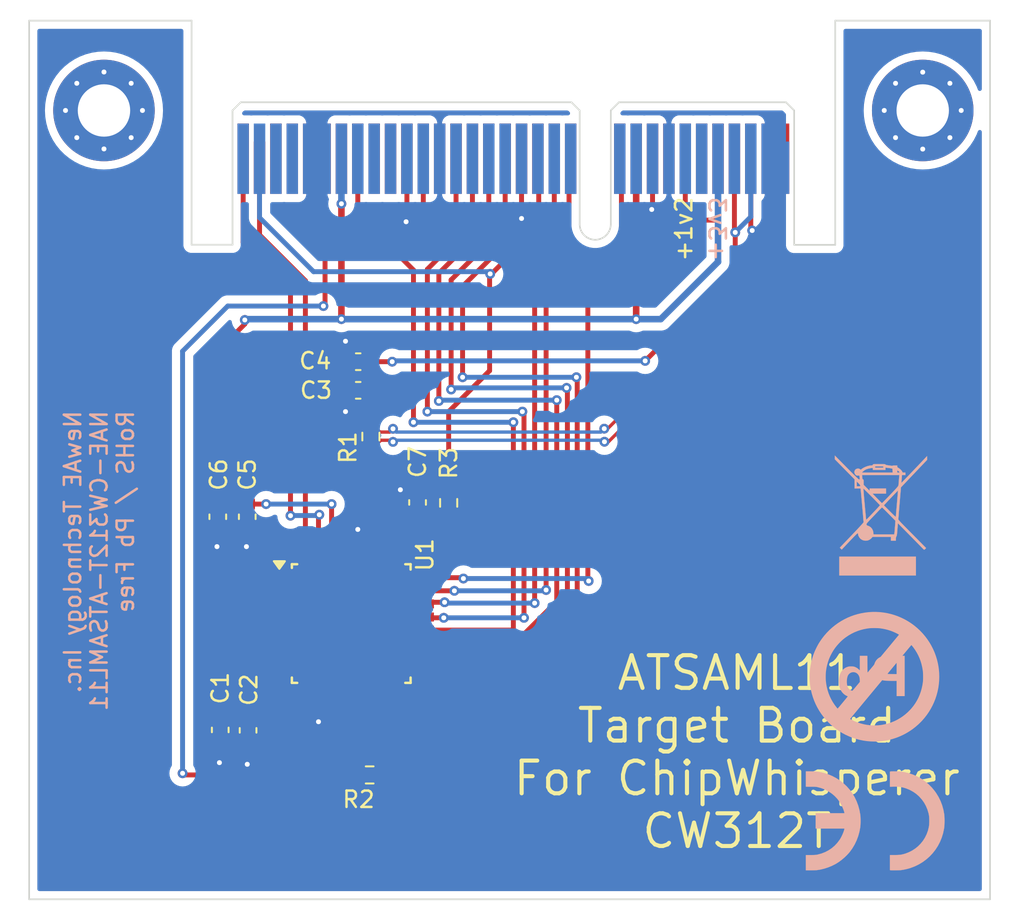
<source format=kicad_pcb>
(kicad_pcb (version 20240108) (generator "pcbnew") (generator_version "8.0")
  (layers (0 "F.Cu" signal) (31 "B.Cu" signal) (34 "B.Paste" user) (35 "F.Paste" user) (36 "B.SilkS" user "B.Silkscreen") (37 "F.SilkS" user "F.Silkscreen") (38 "B.Mask" user) (39 "F.Mask" user) (44 "Edge.Cuts" user))
  (net 0 "")
  (net 1 "GND")
  (net 2 "+3V3")
  (net 3 "/SHUNTH")
  (net 4 "Net-(U1-~{RESET})")
  (net 5 "/VDDCORE")
  (net 6 "Net-(P1-CLKOUT)")
  (net 7 "/XIN")
  (net 8 "/RST")
  (net 11 "/SWCLK")
  (net 12 "/GPIO4")
  (net 14 "/RX")
  (net 15 "/TX")
  (net 18 "/SWDIO")
  (net 21 "/GPIO3")
  (net 22 "/LED3")
  (net 27 "/LED1")
  (net 32 "/ENTRY")
  (net 33 "/LED2")
  (net 37 "+1V2")
  (footprint "Resistor_SMD:R_0603_1608Metric" (layer "F.Cu") (at 167.03 71.07 90)
    (property "Reference" "R1" (at -0.675 -1.4 -90) (layer "F.SilkS"))
    (property "Value" "22R_0603")
    (pad "1" smd roundrect (at -0.825 0 90) (size 0.8 0.95) (layers "F.Cu" "F.Paste" "F.Mask") (net 5 "/VDDCORE"))
    (pad "2" smd roundrect (at 0.825 0 90) (size 0.8 0.95) (layers "F.Cu" "F.Paste" "F.Mask") (net 3 "/SHUNTH"))
  )
  (footprint "Capacitor_SMD:C_0603_1608Metric" (layer "F.Cu") (at 166.255 66.495 180)
    (property "Reference" "C4" (at 2.625 0.05 0) (layer "F.SilkS"))
    (property "Value" "CAP_2u2_16V_0603")
    (pad "1" smd roundrect (at -0.775 0 180) (size 0.9 0.95) (layers "F.Cu" "F.Paste" "F.Mask") (net 3 "/SHUNTH"))
    (pad "2" smd roundrect (at 0.775 0 180) (size 0.9 0.95) (layers "F.Cu" "F.Paste" "F.Mask") (net 1 "GND"))
  )
  (footprint "Capacitor_SMD:C_0603_1608Metric" (layer "F.Cu") (at 157.830001 88.995 -90)
    (property "Reference" "C1" (at -2.55 0.000001 90) (layer "F.SilkS"))
    (property "Value" "CAP_100n_50V_0603")
    (pad "1" smd roundrect (at -0.775 0 270) (size 0.9 0.95) (layers "F.Cu" "F.Paste" "F.Mask") (net 2 "+3V3"))
    (pad "2" smd roundrect (at 0.775 0 270) (size 0.9 0.95) (layers "F.Cu" "F.Paste" "F.Mask") (net 1 "GND"))
  )
  (footprint "Silkscrren_Symbols:CE-Logo_8.5x6mm_SilkScreen" (layer "F.Cu") (at 197.83 94.545)
    (property "Reference" "PCB1" (hide yes))
    (property "Value" "CE" (hide yes))
  )
  (footprint "Resistor_SMD:R_0603_1608Metric" (layer "F.Cu") (at 166.955 91.745)
    (property "Reference" "R2" (at -0.675 1.5 360) (layer "F.SilkS"))
    (property "Value" "22R_0603")
    (pad "1" smd roundrect (at -0.825 0) (size 0.8 0.95) (layers "F.Cu" "F.Paste" "F.Mask") (net 6 "Net-(P1-CLKOUT)"))
    (pad "2" smd roundrect (at 0.825 0) (size 0.8 0.95) (layers "F.Cu" "F.Paste" "F.Mask") (net 7 "/XIN"))
  )
  (footprint "Capacitor_SMD:C_0603_1608Metric" (layer "F.Cu") (at 157.68 75.97 -90)
    (property "Reference" "C6" (at -2.575 -0.05 90) (layer "F.SilkS"))
    (property "Value" "CAP_2u2_16V_0603")
    (pad "1" smd roundrect (at -0.775 0 270) (size 0.9 0.95) (layers "F.Cu" "F.Paste" "F.Mask") (net 2 "+3V3"))
    (pad "2" smd roundrect (at 0.775 0 270) (size 0.9 0.95) (layers "F.Cu" "F.Paste" "F.Mask") (net 1 "GND"))
  )
  (footprint "Capacitor_SMD:C_0603_1608Metric" (layer "F.Cu") (at 169.88 75.095 90)
    (property "Reference" "C7" (at 2.475 0 90) (layer "F.SilkS"))
    (property "Value" "CAP_100n_50V_0603")
    (pad "1" smd roundrect (at -0.775 0 90) (size 0.9 0.95) (layers "F.Cu" "F.Paste" "F.Mask") (net 4 "Net-(U1-~{RESET})"))
    (pad "2" smd roundrect (at 0.775 0 90) (size 0.9 0.95) (layers "F.Cu" "F.Paste" "F.Mask") (net 1 "GND"))
  )
  (footprint "Silkscrren_Symbols:WEEE-Logo_5.6x8mm_SilkScreen" (layer "F.Cu") (at 197.096666 75.548985)
    (property "Reference" "PCB3" (hide yes))
    (property "Value" "WEEE" (hide yes))
  )
  (footprint "Capacitor_SMD:C_0603_1608Metric" (layer "F.Cu") (at 166.255 68.245 180)
    (property "Reference" "C3" (at 2.575 0 0) (layer "F.SilkS"))
    (property "Value" "CAP_100n_50V_0603")
    (pad "1" smd roundrect (at -0.775 0 180) (size 0.9 0.95) (layers "F.Cu" "F.Paste" "F.Mask") (net 3 "/SHUNTH"))
    (pad "2" smd roundrect (at 0.775 0 180) (size 0.9 0.95) (layers "F.Cu" "F.Paste" "F.Mask") (net 1 "GND"))
  )
  (footprint "tutorial_2_library:CW312_Template" (layer "F.Cu") (at 150.73 51.145)
    (property "Reference" "P1" (hide yes))
    (property "Value" "PCIEx4 EDGE CONNECTOR")
    (fp_line (start -4.57 -5.49) (end -4.57 48.2) (stroke (width 0.1)) (layer "Edge.Cuts"))
    (fp_line (start 5.35 -5.49) (end -4.57 -5.49) (stroke (width 0.1)) (layer "Edge.Cuts"))
    (fp_line (start 5.35 8.2) (end 5.35 -5.49) (stroke (width 0.1)) (layer "Edge.Cuts"))
    (fp_line (start 7.85 0) (end 8.35 -0.5) (stroke (width 0.1)) (layer "Edge.Cuts"))
    (fp_line (start 7.85 8.2) (end 5.35 8.2) (stroke (width 0.1)) (layer "Edge.Cuts"))
    (fp_line (start 7.85 8.2) (end 7.85 0) (stroke (width 0.1)) (layer "Edge.Cuts"))
    (fp_line (start 28.55 -0.5) (end 8.35 -0.5) (stroke (width 0.1)) (layer "Edge.Cuts"))
    (fp_line (start 29.05 0) (end 28.55 -0.5) (stroke (width 0.1)) (layer "Edge.Cuts"))
    (fp_line (start 29.05 6.95) (end 29.05 0) (stroke (width 0.1)) (layer "Edge.Cuts"))
    (fp_line (start 30.95 0) (end 31.45 -0.5) (stroke (width 0.1)) (layer "Edge.Cuts"))
    (fp_line (start 30.95 6.95) (end 30.95 0) (stroke (width 0.1)) (layer "Edge.Cuts"))
    (fp_line (start 41.65 -0.5) (end 31.45 -0.5) (stroke (width 0.1)) (layer "Edge.Cuts"))
    (fp_line (start 42.15 0) (end 41.65 -0.5) (stroke (width 0.1)) (layer "Edge.Cuts"))
    (fp_line (start 42.15 8.21) (end 42.15 0) (stroke (width 0.1)) (layer "Edge.Cuts"))
    (fp_line (start 42.15 8.21) (end 44.66 8.21) (stroke (width 0.1)) (layer "Edge.Cuts"))
    (fp_line (start 44.66 -5.49) (end 54.11 -5.49) (stroke (width 0.1)) (layer "Edge.Cuts"))
    (fp_line (start 44.66 8.21) (end 44.66 -5.49) (stroke (width 0.1)) (layer "Edge.Cuts"))
    (fp_line (start 54.11 -5.49) (end 54.11 48.2) (stroke (width 0.1)) (layer "Edge.Cuts"))
    (fp_line (start 54.11 48.2) (end -4.57 48.2) (stroke (width 0.1)) (layer "Edge.Cuts"))
    (fp_arc (start 30.95 6.95) (mid 30 7.9) (end 29.05 6.95) (stroke (width 0.1)) (layer "Edge.Cuts"))
    (pad "A1" connect rect (at 41.5 3.5 180) (size 0.7 3.2) (layers "B.Cu" "B.Mask") (net 1 "GND"))
    (pad "A2" connect rect (at 40.5 2.95 180) (size 0.7 4.3) (layers "B.Cu" "B.Mask") (net 1 "GND"))
    (pad "A3" connect rect (at 39.5 2.95 180) (size 0.7 4.3) (layers "B.Cu" "B.Mask") (net 3 "/SHUNTH"))
    (pad "A4" connect rect (at 38.5 2.95 180) (size 0.7 4.3) (layers "B.Cu" "B.Mask"))
    (pad "A5" connect rect (at 37.5 2.95 180) (size 0.7 4.3) (layers "B.Cu" "B.Mask") (net 2 "+3V3"))
    (pad "A6" connect rect (at 36.5 2.95 180) (size 0.7 4.3) (layers "B.Cu" "B.Mask"))
    (pad "A7" connect rect (at 35.5 2.95 180) (size 0.7 4.3) (layers "B.Cu" "B.Mask"))
    (pad "A8" connect rect (at 34.5 2.95 180) (size 0.7 4.3) (layers "B.Cu" "B.Mask") (net 1 "GND"))
    (pad "A9" connect rect (at 33.5 2.95 180) (size 0.7 4.3) (layers "B.Cu" "B.Mask"))
    (pad "A10" connect rect (at 32.5 2.95 180) (size 0.7 4.3) (layers "B.Cu" "B.Mask"))
    (pad "A11" connect rect (at 31.5 2.95 180) (size 0.7 4.3) (layers "B.Cu" "B.Mask"))
    (pad "A12" connect rect (at 28.5 2.95 180) (size 0.7 4.3) (layers "B.Cu" "B.Mask"))
    (pad "A13" connect rect (at 27.5 2.95 180) (size 0.7 4.3) (layers "B.Cu" "B.Mask"))
    (pad "A14" connect rect (at 26.5 2.95 180) (size 0.7 4.3) (layers "B.Cu" "B.Mask"))
    (pad "A15" connect rect (at 25.5 2.95 180) (size 0.7 4.3) (layers "B.Cu" "B.Mask"))
    (pad "A16" connect rect (at 24.5 2.95 180) (size 0.7 4.3) (layers "B.Cu" "B.Mask"))
    (pad "A17" connect rect (at 23.5 2.95 180) (size 0.7 4.3) (layers "B.Cu" "B.Mask"))
    (pad "A18" connect rect (at 22.5 2.95 180) (size 0.7 4.3) (layers "B.Cu" "B.Mask"))
    (pad "A19" connect rect (at 21.5 2.95 180) (size 0.7 4.3) (layers "B.Cu" "B.Mask"))
    (pad "A20" connect rect (at 20.5 2.95 180) (size 0.7 4.3) (layers "B.Cu" "B.Mask") (net 1 "GND"))
    (pad "A21" connect rect (at 19.5 2.95 180) (size 0.7 4.3) (layers "B.Cu" "B.Mask"))
    (pad "A22" connect rect (at 18.5 2.95 180) (size 0.7 4.3) (layers "B.Cu" "B.Mask"))
    (pad "A23" connect rect (at 17.5 2.95 180) (size 0.7 4.3) (layers "B.Cu" "B.Mask"))
    (pad "A24" connect rect (at 16.5 2.95 180) (size 0.7 4.3) (layers "B.Cu" "B.Mask"))
    (pad "A25" connect rect (at 15.5 2.95 180) (size 0.7 4.3) (layers "B.Cu" "B.Mask"))
    (pad "A26" connect rect (at 14.5 2.95 180) (size 0.7 4.3) (layers "B.Cu" "B.Mask") (net 2 "+3V3"))
    (pad "A27" connect rect (at 13.5 2.95 180) (size 0.7 4.3) (layers "B.Cu" "B.Mask") (net 1 "GND"))
    (pad "A28" connect rect (at 12.5 2.95 180) (size 0.7 4.3) (layers "B.Cu" "B.Mask") (net 1 "GND"))
    (pad "A29" connect rect (at 11.5 2.95 180) (size 0.7 4.3) (layers "B.Cu" "B.Mask"))
    (pad "A30" connect rect (at 10.5 2.95 180) (size 0.7 4.3) (layers "B.Cu" "B.Mask"))
    (pad "A31" connect rect (at 9.5 2.95 180) (size 0.7 4.3) (layers "B.Cu" "B.Mask") (net 8 "/RST"))
    (pad "A32" connect rect (at 8.5 2.95 180) (size 0.7 4.3) (layers "B.Cu" "B.Mask"))
    (pad "B1" connect rect (at 41.5 2.95 180) (size 0.7 4.3) (layers "F.Cu" "F.Mask") (net 5 "/VDDCORE"))
    (pad "B2" connect rect (at 40.5 2.95 180) (size 0.7 4.3) (layers "F.Cu" "F.Mask") (net 3 "/SHUNTH"))
    (pad "B3" connect rect (at 39.5 2.95 180) (size 0.7 4.3) (layers "F.Cu" "F.Mask") (net 1 "GND"))
    (pad "B4" connect rect (at 38.5 2.95 180) (size 0.7 4.3) (layers "F.Cu" "F.Mask") (net 3 "/SHUNTH"))
    (pad "B5" connect rect (at 37.5 2.95 180) (size 0.7 4.3) (layers "F.Cu" "F.Mask") (net 37 "+1V2"))
    (pad "B6" connect rect (at 36.5 2.95 180) (size 0.7 4.3) (layers "F.Cu" "F.Mask"))
    (pad "B7" connect rect (at 35.5 2.95 180) (size 0.7 4.3) (layers "F.Cu" "F.Mask") (net 37 "+1V2"))
    (pad "B8" connect rect (at 34.5 2.95 180) (size 0.7 4.3) (layers "F.Cu" "F.Mask"))
    (pad "B9" connect rect (at 33.5 2.95 180) (size 0.7 4.3) (layers "F.Cu" "F.Mask") (net 1 "GND"))
    (pad "B10" connect rect (at 32.5 2.95 180) (size 0.7 4.3) (layers "F.Cu" "F.Mask") (net 2 "+3V3"))
    (pad "B11" connect rect (at 31.5 2.95 180) (size 0.7 4.3) (layers "F.Cu" "F.Mask") (net 27 "/LED1"))
    (pad "B12" connect rect (at 28.5 2.95 180) (size 0.7 4.3) (layers "F.Cu" "F.Mask") (net 33 "/LED2"))
    (pad "B13" connect rect (at 27.5 2.95 180) (size 0.7 4.3) (layers "F.Cu" "F.Mask") (net 22 "/LED3"))
    (pad "B14" connect rect (at 26.5 2.95 180) (size 0.7 4.3) (layers "F.Cu" "F.Mask") (net 8 "/RST"))
    (pad "B15" connect rect (at 25.5 2.95 180) (size 0.7 4.3) (layers "F.Cu" "F.Mask") (net 1 "GND"))
    (pad "B16" connect rect (at 24.5 2.95 180) (size 0.7 4.3) (layers "F.Cu" "F.Mask") (net 15 "/TX"))
    (pad "B17" connect rect (at 23.5 2.95 180) (size 0.7 4.3) (layers "F.Cu" "F.Mask") (net 14 "/RX"))
    (pad "B18" connect rect (at 22.5 2.95 180) (size 0.7 4.3) (layers "F.Cu" "F.Mask") (net 21 "/GPIO3"))
    (pad "B19" connect rect (at 21.5 2.95 180) (size 0.7 4.3) (layers "F.Cu" "F.Mask") (net 12 "/GPIO4"))
    (pad "B20" connect rect (at 20.5 2.95 180) (size 0.7 4.3) (layers "F.Cu" "F.Mask"))
    (pad "B21" connect rect (at 19.5 2.95 180) (size 0.7 4.3) (layers "F.Cu" "F.Mask") (net 1 "GND"))
    (pad "B22" connect rect (at 18.5 2.95 180) (size 0.7 4.3) (layers "F.Cu" "F.Mask") (net 1 "GND"))
    (pad "B23" connect rect (at 17.5 2.95 180) (size 0.7 4.3) (layers "F.Cu" "F.Mask"))
    (pad "B24" connect rect (at 16.5 2.95 180) (size 0.7 4.3) (layers "F.Cu" "F.Mask"))
    (pad "B25" connect rect (at 15.5 2.95 180) (size 0.7 4.3) (layers "F.Cu" "F.Mask") (net 32 "/ENTRY"))
    (pad "B26" connect rect (at 14.5 2.95 180) (size 0.7 4.3) (layers "F.Cu" "F.Mask"))
    (pad "B27" connect rect (at 13.5 2.95 180) (size 0.7 4.3) (layers "F.Cu" "F.Mask") (net 6 "Net-(P1-CLKOUT)"))
    (pad "B28" connect rect (at 12.5 2.95 180) (size 0.7 4.3) (layers "F.Cu" "F.Mask"))
    (pad "B29" connect rect (at 11.5 2.95 180) (size 0.7 4.3) (layers "F.Cu" "F.Mask"))
    (pad "B30" connect rect (at 10.5 2.95 180) (size 0.7 4.3) (layers "F.Cu" "F.Mask"))
    (pad "B31" connect rect (at 9.5 3.5 180) (size 0.7 3.2) (layers "F.Cu" "F.Mask") (net 18 "/SWDIO"))
    (pad "B32" connect rect (at 8.5 2.95 180) (size 0.7 4.3) (layers "F.Cu" "F.Mask") (net 11 "/SWCLK"))
    (pad "MH" thru_hole circle (at -2.35 0) (size 1 1) (drill 0.3) (layers "*.Cu" "*.Mask"))
    (pad "MH" thru_hole circle (at -1.66 -1.66) (size 1 1) (drill 0.3) (layers "*.Cu" "*.Mask"))
    (pad "MH" thru_hole circle (at -1.66 1.66) (size 1 1) (drill 0.3) (layers "*.Cu" "*.Mask"))
    (pad "MH" thru_hole circle (at 0 -2.35) (size 1 1) (drill 0.3) (layers "*.Cu" "*.Mask"))
    (pad "MH" thru_hole circle (at 0 0) (size 6.2 6.2) (drill 3.2) (layers "*.Cu" "*.Mask"))
    (pad "MH" thru_hole circle (at 0 2.35) (size 1 1) (drill 0.3) (layers "*.Cu" "*.Mask"))
    (pad "MH" thru_hole circle (at 1.66 -1.66) (size 1 1) (drill 0.3) (layers "*.Cu" "*.Mask"))
    (pad "MH" thru_hole circle (at 1.66 1.66) (size 1 1) (drill 0.3) (layers "*.Cu" "*.Mask"))
    (pad "MH" thru_hole circle (at 2.35 0) (size 1 1) (drill 0.3) (layers "*.Cu" "*.Mask"))
    (pad "MH" thru_hole circle (at 47.65 0) (size 1 1) (drill 0.3) (layers "*.Cu" "*.Mask"))
    (pad "MH" thru_hole circle (at 48.34 -1.66) (size 1 1) (drill 0.3) (layers "*.Cu" "*.Mask"))
    (pad "MH" thru_hole circle (at 48.34 1.66) (size 1 1) (drill 0.3) (layers "*.Cu" "*.Mask"))
    (pad "MH" thru_hole circle (at 50 -2.34) (size 1 1) (drill 0.3) (layers "*.Cu" "*.Mask"))
    (pad "MH" thru_hole circle (at 50 0) (size 6.2 6.2) (drill 3.2) (layers "*.Cu" "*.Mask"))
    (pad "MH" thru_hole circle (at 50 2.36) (size 1 1) (drill 0.3) (layers "*.Cu" "*.Mask"))
    (pad "MH" thru_hole circle (at 51.66 -1.66) (size 1 1) (drill 0.3) (layers "*.Cu" "*.Mask"))
    (pad "MH" thru_hole circle (at 51.66 1.66) (size 1 1) (drill 0.3) (layers "*.Cu" "*.Mask"))
    (pad "MH" thru_hole circle (at 52.35 0) (size 1 1) (drill 0.3) (layers "*.Cu" "*.Mask"))
  )
  (footprint "Capacitor_SMD:C_0603_1608Metric" (layer "F.Cu") (at 159.53 89.02 -90)
    (property "Reference" "C2" (at -2.475 -0.05 90) (layer "F.SilkS"))
    (property "Value" "CAP_2u2_16V_0603")
    (pad "1" smd roundrect (at -0.775 0 270) (size 0.9 0.95) (layers "F.Cu" "F.Paste" "F.Mask") (net 2 "+3V3"))
    (pad "2" smd roundrect (at 0.775 0 270) (size 0.9 0.95) (layers "F.Cu" "F.Paste" "F.Mask") (net 1 "GND"))
  )
  (footprint "Silkscrren_Symbols:Pb_Free_8.0x8.0mm_SilkScreen" (layer "F.Cu") (at 197.047091 85.744209)
    (property "Reference" "PCB2" (hide yes))
    (property "Value" "Pb_Free" (hide yes))
  )
  (footprint "Resistor_SMD:R_0603_1608Metric" (layer "F.Cu") (at 171.78 75.12 90)
    (property "Reference" "R3" (at 2.425 0 90) (layer "F.SilkS"))
    (property "Value" "22R_0603")
    (pad "1" smd roundrect (at -0.825 0 90) (size 0.8 0.95) (layers "F.Cu" "F.Paste" "F.Mask") (net 4 "Net-(U1-~{RESET})"))
    (pad "2" smd roundrect (at 0.825 0 90) (size 0.8 0.95) (layers "F.Cu" "F.Paste" "F.Mask") (net 8 "/RST"))
  )
  (footprint "Capacitor_SMD:C_0603_1608Metric" (layer "F.Cu") (at 159.48 75.97 -90)
    (property "Reference" "C5" (at -2.575 0 90) (layer "F.SilkS"))
    (property "Value" "CAP_100n_50V_0603")
    (pad "1" smd roundrect (at -0.775 0 270) (size 0.9 0.95) (layers "F.Cu" "F.Paste" "F.Mask") (net 2 "+3V3"))
    (pad "2" smd roundrect (at 0.775 0 270) (size 0.9 0.95) (layers "F.Cu" "F.Paste" "F.Mask") (net 1 "GND"))
  )
  (footprint "Package_QFP:TQFP-32_7x7mm_P0.8mm" (layer "F.Cu") (at 165.83 82.495)
    (property "Reference" "U1" (at 4.5 -4.2 90) (layer "F.SilkS"))
    (property "Value" "ATSMAL11E16A-AU")
    (pad "1" smd rect (at -4.25 -2.8) (size 1.6 0.55) (layers "F.Cu" "F.Paste" "F.Mask"))
    (pad "2" smd rect (at -4.25 -2) (size 1.6 0.55) (layers "F.Cu" "F.Paste" "F.Mask"))
    (pad "3" smd rect (at -4.25 -1.2) (size 1.6 0.55) (layers "F.Cu" "F.Paste" "F.Mask"))
    (pad "4" smd rect (at -4.25 -0.4) (size 1.6 0.55) (layers "F.Cu" "F.Paste" "F.Mask"))
    (pad "5" smd rect (at -4.25 0.4) (size 1.6 0.55) (layers "F.Cu" "F.Paste" "F.Mask"))
    (pad "6" smd rect (at -4.25 1.2) (size 1.6 0.55) (layers "F.Cu" "F.Paste" "F.Mask"))
    (pad "7" smd rect (at -4.25 2) (size 1.6 0.55) (layers "F.Cu" "F.Paste" "F.Mask"))
    (pad "8" smd rect (at -4.25 2.8) (size 1.6 0.55) (layers "F.Cu" "F.Paste" "F.Mask"))
    (pad "9" smd rect (at -2.8 4.25 90) (size 1.6 0.55) (layers "F.Cu" "F.Paste" "F.Mask") (net 2 "+3V3"))
    (pad "10" smd rect (at -2 4.25 90) (size 1.6 0.55) (layers "F.Cu" "F.Paste" "F.Mask") (net 1 "GND"))
    (pad "11" smd rect (at -1.2 4.25 90) (size 1.6 0.55) (layers "F.Cu" "F.Paste" "F.Mask"))
    (pad "12" smd rect (at -0.4 4.25 90) (size 1.6 0.55) (layers "F.Cu" "F.Paste" "F.Mask"))
    (pad "13" smd rect (at 0.4 4.25 90) (size 1.6 0.55) (layers "F.Cu" "F.Paste" "F.Mask"))
    (pad "14" smd rect (at 1.2 4.25 90) (size 1.6 0.55) (layers "F.Cu" "F.Paste" "F.Mask"))
    (pad "15" smd rect (at 2 4.25 90) (size 1.6 0.55) (layers "F.Cu" "F.Paste" "F.Mask") (net 7 "/XIN"))
    (pad "16" smd rect (at 2.8 4.25 90) (size 1.6 0.55) (layers "F.Cu" "F.Paste" "F.Mask"))
    (pad "17" smd rect (at 4.25 2.8) (size 1.6 0.55) (layers "F.Cu" "F.Paste" "F.Mask") (net 15 "/TX"))
    (pad "18" smd rect (at 4.25 2) (size 1.6 0.55) (layers "F.Cu" "F.Paste" "F.Mask") (net 14 "/RX"))
    (pad "19" smd rect (at 4.25 1.2) (size 1.6 0.55) (layers "F.Cu" "F.Paste" "F.Mask") (net 21 "/GPIO3"))
    (pad "20" smd rect (at 4.25 0.4) (size 1.6 0.55) (layers "F.Cu" "F.Paste" "F.Mask") (net 32 "/ENTRY"))
    (pad "21" smd rect (at 4.25 -0.4) (size 1.6 0.55) (layers "F.Cu" "F.Paste" "F.Mask") (net 12 "/GPIO4"))
    (pad "22" smd rect (at 4.25 -1.2) (size 1.6 0.55) (layers "F.Cu" "F.Paste" "F.Mask") (net 22 "/LED3"))
    (pad "23" smd rect (at 4.25 -2) (size 1.6 0.55) (layers "F.Cu" "F.Paste" "F.Mask") (net 33 "/LED2"))
    (pad "24" smd rect (at 4.25 -2.8) (size 1.6 0.55) (layers "F.Cu" "F.Paste" "F.Mask") (net 27 "/LED1"))
    (pad "25" smd rect (at 2.8 -4.25 90) (size 1.6 0.55) (layers "F.Cu" "F.Paste" "F.Mask"))
    (pad "26" smd rect (at 2 -4.25 90) (size 1.6 0.55) (layers "F.Cu" "F.Paste" "F.Mask") (net 4 "Net-(U1-~{RESET})"))
    (pad "27" smd rect (at 1.2 -4.25 90) (size 1.6 0.55) (layers "F.Cu" "F.Paste" "F.Mask") (net 5 "/VDDCORE"))
    (pad "28" smd rect (at 0.4 -4.25 90) (size 1.6 0.55) (layers "F.Cu" "F.Paste" "F.Mask") (net 1 "GND"))
    (pad "29" smd rect (at -0.4 -4.25 90) (size 1.6 0.55) (layers "F.Cu" "F.Paste" "F.Mask"))
    (pad "30" smd rect (at -1.2 -4.25 90) (size 1.6 0.55) (layers "F.Cu" "F.Paste" "F.Mask") (net 2 "+3V3"))
    (pad "31" smd rect (at -2 -4.25 90) (size 1.6 0.55) (layers "F.Cu" "F.Paste" "F.Mask") (net 11 "/SWCLK"))
    (pad "32" smd rect (at -2.8 -4.25 90) (size 1.6 0.55) (layers "F.Cu" "F.Paste" "F.Mask") (net 18 "/SWDIO"))
  )
  (gr_text "NewAE Technology Inc.\nNAE-CW312T-ATSAML11\nRoHS / Pb Free" (at 152.63 69.395 90) (layer "B.SilkS") (effects (font (size 1 1) (thickness 0.153)) (justify left bottom mirror)))
  (gr_text "+3v3" (at 187.58 60.445 -90) (layer "B.SilkS") (effects (font (size 1 1) (thickness 0.153)) (justify left bottom mirror)))
  (gr_text "+1v2" (at 186.73 60.445 90) (layer "F.SilkS") (effects (font (size 1 1) (thickness 0.153)) (justify left bottom)))
  (gr_text "ATSAML11\nTarget Board\nFor ChipWhisperer\nCW312T" (at 189.38 96.345 0) (layer "F.SilkS") (effects (font (size 2 2) (thickness 0.25)) (justify bottom)))
  (segment (start 159.53 89.795) (end 159.53 91.045) (width 0.3) (layer "F.Cu") (net 1))
  (segment (start 190.31462 58.47962) (end 190.23 58.395) (width 0.3) (layer "F.Cu") (net 1))
  (segment (start 163.83 86.745) (end 163.83 88.495) (width 0.3) (layer "F.Cu") (net 1))
  (segment (start 159.53 91.045) (end 159.48 91.095) (width 0.2) (layer "F.Cu") (net 1))
  (segment (start 169.23 54.095) (end 169.23 57.895) (width 0.3) (layer "F.Cu") (net 1))
  (segment (start 190.23 58.395) (end 190.23 54.095) (width 0.3) (layer "F.Cu") (net 1))
  (segment (start 169.88 74.32) (end 168.83 74.32) (width 0.3) (layer "F.Cu") (net 1))
  (segment (start 165.48 66.495) (end 165.48 65.245) (width 0.3) (layer "F.Cu") (net 1))
  (segment (start 184.23 57.145) (end 184.18 57.195) (width 0.2) (layer "F.Cu") (net 1))
  (segment (start 157.68 77.745) (end 157.63 77.795) (width 0.2) (layer "F.Cu") (net 1))
  (segment (start 157.830001 89.77) (end 157.830001 90.944999) (width 0.3) (layer "F.Cu") (net 1))
  (segment (start 159.48 77.745) (end 159.43 77.795) (width 0.2) (layer "F.Cu") (net 1))
  (segment (start 170.23 56.895) (end 169.18 57.945) (width 0.3) (layer "F.Cu") (net 1))
  (segment (start 157.830001 90.944999) (end 157.78 90.995) (width 0.2) (layer "F.Cu") (net 1))
  (segment (start 166.23 78.245) (end 166.23 76.745) (width 0.3) (layer "F.Cu") (net 1))
  (segment (start 169.23 57.895) (end 169.18 57.945) (width 0.2) (layer "F.Cu") (net 1))
  (segment (start 157.68 76.745) (end 157.68 77.745) (width 0.3) (layer "F.Cu") (net 1))
  (segment (start 165.48 68.245) (end 165.48 69.545) (width 0.3) (layer "F.Cu") (net 1))
  (segment (start 170.23 54.095) (end 170.23 56.895) (width 0.3) (layer "F.Cu") (net 1))
  (segment (start 176.23 54.095) (end 176.23 57.745) (width 0.3) (layer "F.Cu") (net 1))
  (segment (start 184.23 54.095) (end 184.23 57.145) (width 0.3) (layer "F.Cu") (net 1))
  (segment (start 159.48 76.745) (end 159.48 77.745) (width 0.3) (layer "F.Cu") (net 1))
  (via (at 165.48 65.245) (size 0.6) (drill 0.3) (layers "F.Cu" "B.Cu") (net 1))
  (via (at 166.23 76.745) (size 0.6) (drill 0.3) (layers "F.Cu" "B.Cu") (net 1))
  (via (at 169.18 57.945) (size 0.6) (drill 0.3) (layers "F.Cu" "B.Cu") (net 1))
  (via (at 190.31462 58.47962) (size 0.6) (drill 0.3) (layers "F.Cu" "B.Cu") (net 1))
  (via (at 176.23 57.745) (size 0.6) (drill 0.3) (layers "F.Cu" "B.Cu") (net 1))
  (via (at 157.78 90.995) (size 0.6) (drill 0.3) (layers "F.Cu" "B.Cu") (net 1))
  (via (at 163.83 88.495) (size 0.6) (drill 0.3) (layers "F.Cu" "B.Cu") (net 1))
  (via (at 184.18 57.195) (size 0.6) (drill 0.3) (layers "F.Cu" "B.Cu") (net 1))
  (via (at 159.48 91.095) (size 0.6) (drill 0.3) (layers "F.Cu" "B.Cu") (net 1))
  (via (at 159.43 77.795) (size 0.6) (drill 0.3) (layers "F.Cu" "B.Cu") (net 1))
  (via (at 165.48 69.545) (size 0.6) (drill 0.3) (layers "F.Cu" "B.Cu") (net 1))
  (via (at 157.63 77.795) (size 0.6) (drill 0.3) (layers "F.Cu" "B.Cu") (net 1))
  (via (at 168.83 74.32) (size 0.6) (drill 0.3) (layers "F.Cu" "B.Cu") (net 1))
  (segment (start 164.63 75.195) (end 164.63 78.245) (width 0.3) (layer "F.Cu") (net 2))
  (segment (start 163.03 86.745) (end 163.03 88.095) (width 0.3) (layer "F.Cu") (net 2))
  (segment (start 160.63 75.195) (end 159.48 75.195) (width 0.3) (layer "F.Cu") (net 2))
  (segment (start 159.505 88.22) (end 159.53 88.245) (width 0.3) (layer "F.Cu") (net 2))
  (segment (start 156.605 88.22) (end 157.830001 88.22) (width 0.3) (layer "F.Cu") (net 2))
  (segment (start 157.73 75.145) (end 157.68 75.195) (width 0.4) (layer "F.Cu") (net 2))
  (segment (start 159.33 63.945) (end 159.33 64.195) (width 0.3) (layer "F.Cu") (net 2))
  (segment (start 157.830001 88.22) (end 159.505 88.22) (width 0.3) (layer "F.Cu") (net 2))
  (segment (start 156.58 88.195) (end 156.605 88.22) (width 0.3) (layer "F.Cu") (net 2))
  (segment (start 157.68 75.195) (end 159.48 75.195) (width 0.3) (layer "F.Cu") (net 2))
  (segment (start 157.68 75.195) (end 156.58 75.195) (width 0.3) (layer "F.Cu") (net 2))
  (segment (start 183.23 54.095) (end 183.23 63.895) (width 0.4) (layer "F.Cu") (net 2))
  (segment (start 159.33 64.195) (end 156.58 66.945) (width 0.3) (layer "F.Cu") (net 2))
  (segment (start 165.23 56.845) (end 165.23 63.895) (width 0.4) (layer "F.Cu") (net 2))
  (segment (start 156.58 66.945) (end 156.58 88.195) (width 0.3) (layer "F.Cu") (net 2))
  (segment (start 162.88 88.245) (end 159.53 88.245) (width 0.3) (layer "F.Cu") (net 2))
  (segment (start 163.03 88.095) (end 162.88 88.245) (width 0.3) (layer "F.Cu") (net 2))
  (segment (start 157.73 88.119999) (end 157.830001 88.22) (width 0.3) (layer "F.Cu") (net 2))
  (via (at 183.23 63.895) (size 0.6) (drill 0.3) (layers "F.Cu" "B.Cu") (net 2))
  (via (at 165.23 63.895) (size 0.6) (drill 0.3) (layers "F.Cu" "B.Cu") (net 2))
  (via (at 164.63 75.195) (size 0.6) (drill 0.3) (layers "F.Cu" "B.Cu") (net 2))
  (via (at 159.33 63.945) (size 0.6) (drill 0.3) (layers "F.Cu" "B.Cu") (net 2))
  (via (at 160.63 75.195) (size 0.6) (drill 0.3) (layers "F.Cu" "B.Cu") (net 2))
  (via (at 165.23 56.845) (size 0.6) (drill 0.3) (layers "F.Cu" "B.Cu") (net 2))
  (segment (start 183.23 63.895) (end 184.73 63.895) (width 0.4) (layer "B.Cu") (net 2))
  (segment (start 184.73 63.895) (end 188.23 60.395) (width 0.4) (layer "B.Cu") (net 2))
  (segment (start 188.23 60.395) (end 188.23 54.095) (width 0.4) (layer "B.Cu") (net 2))
  (segment (start 183.23 63.895) (end 165.23 63.895) (width 0.4) (layer "B.Cu") (net 2))
  (segment (start 159.38 63.895) (end 159.33 63.945) (width 0.4) (layer "B.Cu") (net 2))
  (segment (start 165.23 63.895) (end 159.38 63.895) (width 0.4) (layer "B.Cu") (net 2))
  (segment (start 160.63 75.195) (end 164.63 75.195) (width 0.3) (layer "B.Cu") (net 2))
  (segment (start 165.23 54.095) (end 165.23 56.845) (width 0.4) (layer "B.Cu") (net 2))
  (segment (start 181.487931 70.587069) (end 191.23 60.845) (width 0.2) (layer "F.Cu") (net 3))
  (segment (start 189.28 60.945) (end 183.78 66.445) (width 0.3) (layer "F.Cu") (net 3))
  (segment (start 189.28 58.595) (end 189.23 58.545) (width 0.3) (layer "F.Cu") (net 3))
  (segment (start 191.23 60.845) (end 191.23 54.095) (width 0.2) (layer "F.Cu") (net 3))
  (segment (start 168.38 70.595) (end 168.18 70.795) (width 0.2) (layer "F.Cu") (net 3))
  (segment (start 189.28 58.595) (end 189.28 60.945) (width 0.3) (layer "F.Cu") (net 3))
  (segment (start 168.33 66.495) (end 167.03 66.495) (width 0.3) (layer "F.Cu") (net 3))
  (segment (start 168.18 70.795) (end 167.58 70.795) (width 0.2) (layer "F.Cu") (net 3))
  (segment (start 189.23 58.545) (end 189.23 54.095) (width 0.3) (layer "F.Cu") (net 3))
  (segment (start 181.279868 70.587069) (end 181.487931 70.587069) (width 0.2) (layer "F.Cu") (net 3))
  (segment (start 167.03 68.245) (end 167.03 66.495) (width 0.3) (layer "F.Cu") (net 3))
  (segment (start 167.03 70.245) (end 167.03 68.245) (width 0.3) (layer "F.Cu") (net 3))
  (segment (start 167.58 70.795) (end 167.03 70.245) (width 0.2) (layer "F.Cu") (net 3))
  (via (at 168.38 70.595) (size 0.6) (drill 0.3) (layers "F.Cu" "B.Cu") (net 3))
  (via (at 189.28 58.595) (size 0.6) (drill 0.3) (layers "F.Cu" "B.Cu") (net 3))
  (via (at 168.33 66.495) (size 0.6) (drill 0.3) (layers "F.Cu" "B.Cu") (net 3))
  (via (at 181.279868 70.587069) (size 0.6) (drill 0.3) (layers "F.Cu" "B.Cu") (net 3))
  (via (at 183.78 66.445) (size 0.6) (drill 0.3) (layers "F.Cu" "B.Cu") (net 3))
  (segment (start 189.28 58.595) (end 190.23 57.645) (width 0.3) (layer "B.Cu") (net 3))
  (segment (start 190.23 57.645) (end 190.23 54.095) (width 0.3) (layer "B.Cu") (net 3))
  (segment (start 168.33 66.495) (end 168.33 66.345) (width 0.2) (layer "B.Cu") (net 3))
  (segment (start 183.78 66.445) (end 168.38 66.445) (width 0.3) (layer "B.Cu") (net 3))
  (segment (start 168.38 66.445) (end 168.33 66.495) (width 0.3) (layer "B.Cu") (net 3))
  (segment (start 168.58 70.795) (end 168.38 70.595) (width 0.2) (layer "B.Cu") (net 3))
  (segment (start 181.071937 70.795) (end 168.58 70.795) (width 0.2) (layer "B.Cu") (net 3))
  (segment (start 181.279868 70.587069) (end 181.071937 70.795) (width 0.2) (layer "B.Cu") (net 3))
  (segment (start 167.83 78.245) (end 167.83 77.37) (width 0.2) (layer "F.Cu") (net 4))
  (segment (start 168.555 75.87) (end 169.88 75.87) (width 0.3) (layer "F.Cu") (net 4))
  (segment (start 171.705 75.87) (end 171.78 75.945) (width 0.2) (layer "F.Cu") (net 4))
  (segment (start 167.83 77.37) (end 167.83 76.595) (width 0.3) (layer "F.Cu") (net 4))
  (segment (start 167.83 76.595) (end 168.555 75.87) (width 0.3) (layer "F.Cu") (net 4))
  (segment (start 169.88 75.87) (end 171.705 75.87) (width 0.3) (layer "F.Cu") (net 4))
  (segment (start 168.38 71.395) (end 168.28 71.295) (width 0.2) (layer "F.Cu") (net 5))
  (segment (start 167.63 71.295) (end 167.03 71.895) (width 0.2) (layer "F.Cu") (net 5))
  (segment (start 181.293137 71.386962) (end 181.536567 71.386962) (width 0.2) (layer "F.Cu") (net 5))
  (segment (start 167.03 78.245) (end 167.03 71.895) (width 0.3) (layer "F.Cu") (net 5))
  (segment (start 181.536567 71.386962) (end 192.23 60.693529) (width 0.2) (layer "F.Cu") (net 5))
  (segment (start 192.23 60.693529) (end 192.23 54.095) (width 0.2) (layer "F.Cu") (net 5))
  (segment (start 168.28 71.295) (end 167.63 71.295) (width 0.2) (layer "F.Cu") (net 5))
  (via (at 181.293137 71.386962) (size 0.6) (drill 0.3) (layers "F.Cu" "B.Cu") (net 5))
  (via (at 168.38 71.395) (size 0.6) (drill 0.3) (layers "F.Cu" "B.Cu") (net 5))
  (segment (start 181.293137 71.386962) (end 181.201175 71.295) (width 0.2) (layer "B.Cu") (net 5))
  (segment (start 181.201175 71.295) (end 168.48 71.295) (width 0.2) (layer "B.Cu") (net 5))
  (segment (start 168.48 71.295) (end 168.38 71.395) (width 0.2) (layer "B.Cu") (net 5))
  (segment (start 164.305 54.17) (end 164.23 54.095) (width 0.4) (layer "F.Cu") (net 6))
  (segment (start 164.23 54.095) (end 164.23 62.995) (width 0.3) (layer "F.Cu") (net 6))
  (segment (start 155.63 91.745) (end 166.13 91.745) (width 0.3) (layer "F.Cu") (net 6))
  (segment (start 155.53 91.645) (end 155.63 91.745) (width 0.3) (layer "F.Cu") (net 6))
  (segment (start 166.054999 91.67) (end 166.129999 91.745) (width 0.4) (layer "F.Cu") (net 6))
  (via (at 164.13 63.095) (size 0.6) (drill 0.3) (layers "F.Cu" "B.Cu") (net 6))
  (via (at 155.53 91.645) (size 0.6) (drill 0.3) (layers "F.Cu" "B.Cu") (net 6))
  (segment (start 155.53 91.645) (end 155.53 65.85505) (width 0.3) (layer "B.Cu") (net 6))
  (segment (start 158.29005 63.095) (end 164.13 63.095) (width 0.3) (layer "B.Cu") (net 6))
  (segment (start 155.53 65.85505) (end 158.29005 63.095) (width 0.3) (layer "B.Cu") (net 6))
  (segment (start 167.83 86.745) (end 167.83 91.695) (width 0.3) (layer "F.Cu") (net 7))
  (segment (start 167.83 91.695) (end 167.78 91.745) (width 0.2) (layer "F.Cu") (net 7))
  (segment (start 174.31462 61.12962) (end 174.28 61.16424) (width 0.3) (layer "F.Cu") (net 8))
  (segment (start 174.28 67.045) (end 171.78 69.545) (width 0.3) (layer "F.Cu") (net 8))
  (segment (start 171.78 69.545) (end 171.78 74.295) (width 0.3) (layer "F.Cu") (net 8))
  (segment (start 174.39538 61.12962) (end 177.28 58.245) (width 0.3) (layer "F.Cu") (net 8))
  (segment (start 177.28 54.145) (end 177.23 54.095) (width 0.3) (layer "F.Cu") (net 8))
  (segment (start 174.31462 61.12962) (end 174.39538 61.12962) (width 0.3) (layer "F.Cu") (net 8))
  (segment (start 174.28 61.16424) (end 174.28 67.045) (width 0.3) (layer "F.Cu") (net 8))
  (segment (start 177.28 58.245) (end 177.28 54.145) (width 0.3) (layer "F.Cu") (net 8))
  (via (at 174.31462 61.12962) (size 0.6) (drill 0.3) (layers "F.Cu" "B.Cu") (net 8))
  (segment (start 174.31462 61.12962) (end 174.18 60.995) (width 0.3) (layer "B.Cu") (net 8))
  (segment (start 163.53 60.995) (end 160.23 57.695) (width 0.3) (layer "B.Cu") (net 8))
  (segment (start 160.23 57.695) (end 160.23 54.095) (width 0.3) (layer "B.Cu") (net 8))
  (segment (start 174.18 60.995) (end 163.53 60.995) (width 0.3) (layer "B.Cu") (net 8))
  (segment (start 159.23 59.195) (end 162.12038 62.08538) (width 0.3) (layer "F.Cu") (net 11))
  (segment (start 162.12038 62.08538) (end 162.12038 75.90462) (width 0.3) (layer "F.Cu") (net 11))
  (segment (start 163.83 75.895) (end 163.83 78.245) (width 0.3) (layer "F.Cu") (net 11))
  (segment (start 163.88 75.845) (end 163.83 75.895) (width 0.2) (layer "F.Cu") (net 11))
  (segment (start 159.23 54.095) (end 159.23 59.195) (width 0.3) (layer "F.Cu") (net 11))
  (via (at 163.88 75.845) (size 0.6) (drill 0.3) (layers "F.Cu" "B.Cu") (net 11))
  (via (at 162.12038 75.90462) (size 0.6) (drill 0.3) (layers "F.Cu" "B.Cu") (net 11))
  (segment (start 163.83 75.895) (end 162.13 75.895) (width 0.3) (layer "B.Cu") (net 11))
  (segment (start 162.13 75.895) (end 162.12038 75.90462) (width 0.3) (layer "B.Cu") (net 11))
  (segment (start 163.88 75.845) (end 163.83 75.895) (width 0.2) (layer "B.Cu") (net 11))
  (segment (start 176.38 69.645) (end 176.38 82.145) (width 0.3) (layer "F.Cu") (net 12))
  (segment (start 171.48 82.145) (end 170.13 82.145) (width 0.3) (layer "F.Cu") (net 12))
  (segment (start 170.13 82.145) (end 170.08 82.095) (width 0.3) (layer "F.Cu") (net 12))
  (segment (start 172.23 54.095) (end 172.23 59.095) (width 0.3) (layer "F.Cu") (net 12))
  (segment (start 172.23 59.095) (end 170.48 60.845) (width 0.3) (layer "F.Cu") (net 12))
  (segment (start 170.48 60.845) (end 170.48 69.545) (width 0.3) (layer "F.Cu") (net 12))
  (segment (start 176.28 69.545) (end 176.38 69.645) (width 0.3) (layer "F.Cu") (net 12))
  (via (at 170.48 69.545) (size 0.6) (drill 0.3) (layers "F.Cu" "B.Cu") (net 12))
  (via (at 176.38 82.145) (size 0.6) (drill 0.3) (layers "F.Cu" "B.Cu") (net 12))
  (via (at 171.48 82.145) (size 0.6) (drill 0.3) (layers "F.Cu" "B.Cu") (net 12))
  (via (at 176.28 69.545) (size 0.6) (drill 0.3) (layers "F.Cu" "B.Cu") (net 12))
  (segment (start 176.38 82.145) (end 171.48 82.145) (width 0.3) (layer "B.Cu") (net 12))
  (segment (start 170.48 69.545) (end 176.28 69.545) (width 0.3) (layer "B.Cu") (net 12))
  (segment (start 179.03 81.202106) (end 175.737106 84.495) (width 0.3) (layer "F.Cu") (net 14))
  (segment (start 171.93 61.495) (end 171.93 68.195) (width 0.3) (layer "F.Cu") (net 14))
  (segment (start 174.23 54.095) (end 174.23 59.195) (width 0.3) (layer "F.Cu") (net 14))
  (segment (start 179.03 68.145) (end 179.03 81.202106) (width 0.3) (layer "F.Cu") (net 14))
  (segment (start 178.98 68.095) (end 179.03 68.145) (width 0.3) (layer "F.Cu") (net 14))
  (segment (start 174.23 59.195) (end 171.93 61.495) (width 0.3) (layer "F.Cu") (net 14))
  (segment (start 175.737106 84.495) (end 170.08 84.495) (width 0.3) (layer "F.Cu") (net 14))
  (via (at 178.98 68.095) (size 0.6) (drill 0.3) (layers "F.Cu" "B.Cu") (net 14))
  (via (at 171.93 68.195) (size 0.6) (drill 0.3) (layers "F.Cu" "B.Cu") (net 14))
  (segment (start 172.03 68.095) (end 171.93 68.195) (width 0.3) (layer "B.Cu") (net 14))
  (segment (start 178.98 68.095) (end 172.03 68.095) (width 0.3) (layer "B.Cu") (net 14))
  (segment (start 175.23 54.095) (end 175.23 59.295) (width 0.3) (layer "F.Cu") (net 15))
  (segment (start 172.63 61.895) (end 172.63 67.445) (width 0.3) (layer "F.Cu") (net 15))
  (segment (start 179.63 81.309213) (end 175.644213 85.295) (width 0.3) (layer "F.Cu") (net 15))
  (segment (start 175.23 59.295) (end 172.63 61.895) (width 0.3) (layer "F.Cu") (net 15))
  (segment (start 179.58 67.445) (end 179.63 67.495) (width 0.3) (layer "F.Cu") (net 15))
  (segment (start 179.63 67.495) (end 179.63 81.309213) (width 0.3) (layer "F.Cu") (net 15))
  (segment (start 175.644213 85.295) (end 170.08 85.295) (width 0.3) (layer "F.Cu") (net 15))
  (segment (start 175.33 54.195) (end 175.23 54.095) (width 0.2) (layer "F.Cu") (net 15))
  (via (at 172.63 67.445) (size 0.6) (drill 0.3) (layers "F.Cu" "B.Cu") (net 15))
  (via (at 179.58 67.445) (size 0.6) (drill 0.3) (layers "F.Cu" "B.Cu") (net 15))
  (segment (start 179.58 67.445) (end 172.63 67.445) (width 0.3) (layer "B.Cu") (net 15))
  (segment (start 160.23 58.745) (end 163.03 61.545) (width 0.3) (layer "F.Cu") (net 18))
  (segment (start 163.03 61.545) (end 163.03 78.245) (width 0.3) (layer "F.Cu") (net 18))
  (segment (start 160.23 54.645) (end 160.23 58.745) (width 0.3) (layer "F.Cu") (net 18))
  (segment (start 171.18 61.095) (end 171.18 68.895) (width 0.3) (layer "F.Cu") (net 21))
  (segment (start 178.38 81.145) (end 175.83 83.695) (width 0.3) (layer "F.Cu") (net 21))
  (segment (start 173.23 54.095) (end 173.23 59.045) (width 0.3) (layer "F.Cu") (net 21))
  (segment (start 175.83 83.695) (end 170.08 83.695) (width 0.3) (layer "F.Cu") (net 21))
  (segment (start 178.38 68.845) (end 178.38 81.145) (width 0.3) (layer "F.Cu") (net 21))
  (segment (start 173.23 59.045) (end 171.18 61.095) (width 0.3) (layer "F.Cu") (net 21))
  (via (at 171.18 68.895) (size 0.6) (drill 0.3) (layers "F.Cu" "B.Cu") (net 21))
  (via (at 178.38 68.845) (size 0.6) (drill 0.3) (layers "F.Cu" "B.Cu") (net 21))
  (segment (start 178.38 68.845) (end 171.23 68.845) (width 0.3) (layer "B.Cu") (net 21))
  (segment (start 171.23 68.845) (end 171.18 68.895) (width 0.3) (layer "B.Cu") (net 21))
  (segment (start 178.23 59.445) (end 177.03 60.645) (width 0.3) (layer "F.Cu") (net 22))
  (segment (start 170.18 81.195) (end 170.08 81.295) (width 0.2) (layer "F.Cu") (net 22))
  (segment (start 177.03 60.645) (end 177.03 81.245) (width 0.3) (layer "F.Cu") (net 22))
  (segment (start 171.53 81.195) (end 170.18 81.195) (width 0.3) (layer "F.Cu") (net 22))
  (segment (start 178.23 54.095) (end 178.23 59.445) (width 0.3) (layer "F.Cu") (net 22))
  (via (at 171.53 81.195) (size 0.6) (drill 0.3) (layers "F.Cu" "B.Cu") (net 22))
  (via (at 177.03 81.245) (size 0.6) (drill 0.3) (layers "F.Cu" "B.Cu") (net 22))
  (segment (start 177.03 81.245) (end 171.58 81.245) (width 0.3) (layer "B.Cu") (net 22))
  (segment (start 171.58 81.245) (end 171.53 81.195) (width 0.2) (layer "B.Cu") (net 22))
  (segment (start 182.33 59.445) (end 182.33 54.095) (width 0.3) (layer "F.Cu") (net 27))
  (segment (start 180.28 79.845) (end 180.28 61.495) (width 0.3) (layer "F.Cu") (net 27))
  (segment (start 172.63 79.695) (end 170.08 79.695) (width 0.3) (layer "F.Cu") (net 27))
  (segment (start 172.68 79.745) (end 172.63 79.695) (width 0.3) (layer "F.Cu") (net 27))
  (segment (start 180.33 79.895) (end 180.28 79.845) (width 0.3) (layer "F.Cu") (net 27))
  (segment (start 180.28 61.495) (end 182.33 59.445) (width 0.3) (layer "F.Cu") (net 27))
  (via (at 180.33 79.895) (size 0.6) (drill 0.3) (layers "F.Cu" "B.Cu") (net 27))
  (via (at 172.68 79.745) (size 0.6) (drill 0.3) (layers "F.Cu" "B.Cu") (net 27))
  (segment (start 180.18 79.745) (end 172.68 79.745) (width 0.3) (layer "B.Cu") (net 27))
  (segment (start 180.33 79.895) (end 180.18 79.745) (width 0.3) (layer "B.Cu") (net 27))
  (segment (start 166.23 57.495) (end 166.23 54.095) (width 0.3) (layer "F.Cu") (net 32))
  (segment (start 169.63 70.195) (end 169.63 60.895) (width 0.3) (layer "F.Cu") (net 32))
  (segment (start 175.73 70.195) (end 175.73 82.845) (width 0.3) (layer "F.Cu") (net 32))
  (segment (start 169.63 60.895) (end 166.23 57.495) (width 0.3) (layer "F.Cu") (net 32))
  (segment (start 175.73 82.845) (end 175.68 82.895) (width 0.3) (layer "F.Cu") (net 32))
  (segment (start 175.68 82.895) (end 170.08 82.895) (width 0.3) (layer "F.Cu") (net 32))
  (via (at 175.73 70.195) (size 0.6) (drill 0.3) (layers "F.Cu" "B.Cu") (net 32))
  (via (at 169.63 70.195) (size 0.6) (drill 0.3) (layers "F.Cu" "B.Cu") (net 32))
  (segment (start 175.73 70.195) (end 169.63 70.195) (width 0.3) (layer "B.Cu") (net 32))
  (segment (start 177.73 61.045) (end 179.13 59.645) (width 0.3) (layer "F.Cu") (net 33))
  (segment (start 179.13 59.645) (end 179.13 54.195) (width 0.3) (layer "F.Cu") (net 33))
  (segment (start 172.128529 80.495) (end 170.08 80.495) (width 0.3) (layer "F.Cu") (net 33))
  (segment (start 177.73 80.445) (end 177.73 61.045) (width 0.3) (layer "F.Cu") (net 33))
  (via (at 177.73 80.445) (size 0.6) (drill 0.3) (layers "F.Cu" "B.Cu") (net 33))
  (via (at 172.128529 80.495) (size 0.6) (drill 0.3) (layers "F.Cu" "B.Cu") (net 33))
  (segment (start 177.68 80.495) (end 172.128529 80.495) (width 0.3) (layer "B.Cu") (net 33))
  (segment (start 177.73 80.445) (end 177.68 80.495) (width 0.3) (layer "B.Cu") (net 33))
  (segment (start 188.23 57.845) (end 188.23 54.095) (width 0.3) (layer "F.Cu") (net 37))
  (segment (start 186.23 54.095) (end 186.23 57.845) (width 0.3) (layer "F.Cu") (net 37))
  (segment (start 186.23 57.845) (end 188.23 57.845) (width 0.3) (layer "F.Cu") (net 37))
  (zone (net 1) (net_name "GND") (layer "B.Cu") (connect_pads yes (clearance 0.5)) (min_thickness 0.25) (fill yes (thermal_gap 0.5) (thermal_bridge_width 0.5))
    (polygon (pts (xy 144.38 44.395) (xy 206.93 44.395) (xy 206.93 44.395) (xy 206.93 100.495) (xy 144.38 100.495) (xy 144.38 100.495)))
  )
)
</source>
